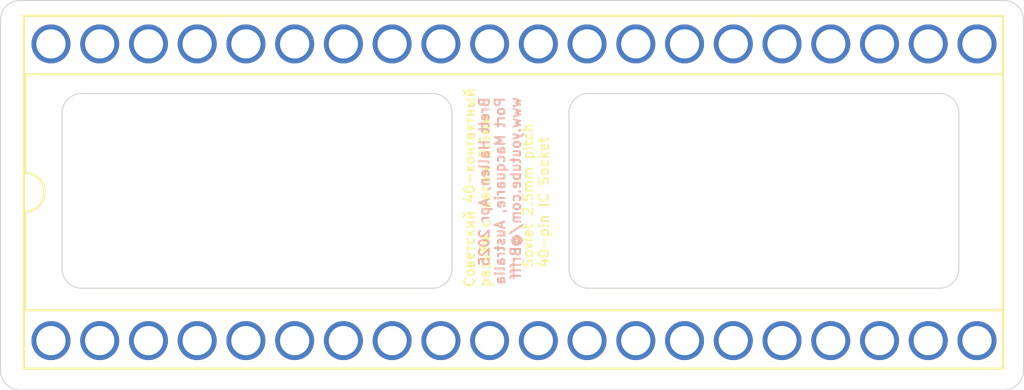
<source format=kicad_pcb>
(kicad_pcb (version 20241229) (generator "pcbnew") (generator_version "9.0")
  (title_block (title "Soviet 40pin IC Socket") (date "21-Apr-2025") (rev "A") (company "Brett Hallen") (comment 1 "www.youtube.com/@Brfff"))
  (layers (0 "F.Cu" signal) (2 "B.Cu" signal) (13 "F.Paste" user) (15 "B.Paste" user) (5 "F.SilkS" user "F.Silkscreen") (7 "B.SilkS" user "B.Silkscreen") (1 "F.Mask" user) (3 "B.Mask" user) (25 "Edge.Cuts" user))
  (net 0 "")
  (footprint "Clueless_Engineer:Soviet_DIP-40_W15.24mm_Socket_LongPads" (layer "F.Cu") (at 49.9 74.60125 90)
    (property "Reference" "J1" (hide yes))
    (property "Value" "Soviet 2.5mm pitch 40 pin IC Socket" (hide yes))
    (fp_line (start 13.68 -1.33) (end 8.62 -1.33) (stroke (width 0.12)) (layer "F.SilkS"))
    (fp_line (start 6.62 -1.33) (end 1.56 -1.33) (stroke (width 0.12)) (layer "F.SilkS"))
    (fp_line (start 1.56 -1.33) (end 1.56 48.83) (stroke (width 0.12)) (layer "F.SilkS"))
    (fp_line (start 13.68 48.83) (end 13.68 -1.33) (stroke (width 0.12)) (layer "F.SilkS"))
    (fp_line (start 1.56 48.83) (end 13.68 48.83) (stroke (width 0.12)) (layer "F.SilkS"))
    (fp_rect (start -1.44 -1.39) (end 16.68 48.83) (stroke (width 0.12)) (fill no) (layer "F.SilkS"))
    (fp_arc (start 8.62 -1.33) (mid 7.62 -0.33) (end 6.62 -1.33) (stroke (width 0.12)) (layer "F.SilkS"))
    (pad "1" thru_hole circle (at 0 0 90) (size 2 2) (drill 1.5) (layers "*.Cu" "*.Mask"))
    (pad "2" thru_hole circle (at 0 2.5 90) (size 2 2) (drill 1.5) (layers "*.Cu" "*.Mask"))
    (pad "3" thru_hole circle (at 0 5 90) (size 2 2) (drill 1.5) (layers "*.Cu" "*.Mask"))
    (pad "4" thru_hole circle (at 0 7.5 90) (size 2 2) (drill 1.5) (layers "*.Cu" "*.Mask"))
    (pad "5" thru_hole circle (at 0 10 90) (size 2 2) (drill 1.5) (layers "*.Cu" "*.Mask"))
    (pad "6" thru_hole circle (at 0 12.5 90) (size 2 2) (drill 1.5) (layers "*.Cu" "*.Mask"))
    (pad "7" thru_hole circle (at 0 15 90) (size 2 2) (drill 1.5) (layers "*.Cu" "*.Mask"))
    (pad "8" thru_hole circle (at 0 17.5 90) (size 2 2) (drill 1.5) (layers "*.Cu" "*.Mask"))
    (pad "9" thru_hole circle (at 0 20 90) (size 2 2) (drill 1.5) (layers "*.Cu" "*.Mask"))
    (pad "10" thru_hole circle (at 0 22.5 90) (size 2 2) (drill 1.5) (layers "*.Cu" "*.Mask"))
    (pad "11" thru_hole circle (at 0 25 90) (size 2 2) (drill 1.5) (layers "*.Cu" "*.Mask"))
    (pad "12" thru_hole circle (at 0 27.5 90) (size 2 2) (drill 1.5) (layers "*.Cu" "*.Mask"))
    (pad "13" thru_hole circle (at 0 30 90) (size 2 2) (drill 1.5) (layers "*.Cu" "*.Mask"))
    (pad "14" thru_hole circle (at 0 32.5 90) (size 2 2) (drill 1.5) (layers "*.Cu" "*.Mask"))
    (pad "15" thru_hole circle (at 0 35 90) (size 2 2) (drill 1.5) (layers "*.Cu" "*.Mask"))
    (pad "16" thru_hole circle (at 0 37.5 90) (size 2 2) (drill 1.5) (layers "*.Cu" "*.Mask"))
    (pad "17" thru_hole circle (at 0 40 90) (size 2 2) (drill 1.5) (layers "*.Cu" "*.Mask"))
    (pad "18" thru_hole circle (at 0 42.5 90) (size 2 2) (drill 1.5) (layers "*.Cu" "*.Mask"))
    (pad "19" thru_hole circle (at 0 45 90) (size 2 2) (drill 1.5) (layers "*.Cu" "*.Mask"))
    (pad "20" thru_hole circle (at 0 47.5 90) (size 2 2) (drill 1.5) (layers "*.Cu" "*.Mask"))
    (pad "21" thru_hole circle (at 15.24 47.5 90) (size 2 2) (drill 1.5) (layers "*.Cu" "*.Mask"))
    (pad "22" thru_hole circle (at 15.24 45 90) (size 2 2) (drill 1.5) (layers "*.Cu" "*.Mask"))
    (pad "23" thru_hole circle (at 15.24 42.5 90) (size 2 2) (drill 1.5) (layers "*.Cu" "*.Mask"))
    (pad "24" thru_hole circle (at 15.24 40 90) (size 2 2) (drill 1.5) (layers "*.Cu" "*.Mask"))
    (pad "25" thru_hole circle (at 15.24 37.5 90) (size 2 2) (drill 1.5) (layers "*.Cu" "*.Mask"))
    (pad "26" thru_hole circle (at 15.24 35 90) (size 2 2) (drill 1.5) (layers "*.Cu" "*.Mask"))
    (pad "27" thru_hole circle (at 15.24 32.5 90) (size 2 2) (drill 1.5) (layers "*.Cu" "*.Mask"))
    (pad "28" thru_hole circle (at 15.24 30 90) (size 2 2) (drill 1.5) (layers "*.Cu" "*.Mask"))
    (pad "29" thru_hole circle (at 15.24 27.5 90) (size 2 2) (drill 1.5) (layers "*.Cu" "*.Mask"))
    (pad "30" thru_hole circle (at 15.24 25 90) (size 2 2) (drill 1.5) (layers "*.Cu" "*.Mask"))
    (pad "31" thru_hole circle (at 15.24 22.5 90) (size 2 2) (drill 1.5) (layers "*.Cu" "*.Mask"))
    (pad "32" thru_hole circle (at 15.24 20 90) (size 2 2) (drill 1.5) (layers "*.Cu" "*.Mask"))
    (pad "33" thru_hole circle (at 15.24 17.5 90) (size 2 2) (drill 1.5) (layers "*.Cu" "*.Mask"))
    (pad "34" thru_hole circle (at 15.24 15 90) (size 2 2) (drill 1.5) (layers "*.Cu" "*.Mask"))
    (pad "35" thru_hole circle (at 15.24 12.5 90) (size 2 2) (drill 1.5) (layers "*.Cu" "*.Mask"))
    (pad "36" thru_hole circle (at 15.24 10 90) (size 2 2) (drill 1.5) (layers "*.Cu" "*.Mask"))
    (pad "37" thru_hole circle (at 15.24 7.5 90) (size 2 2) (drill 1.5) (layers "*.Cu" "*.Mask"))
    (pad "38" thru_hole circle (at 15.24 5 90) (size 2 2) (drill 1.5) (layers "*.Cu" "*.Mask"))
    (pad "39" thru_hole circle (at 15.24 2.5 90) (size 2 2) (drill 1.5) (layers "*.Cu" "*.Mask"))
    (pad "40" thru_hole circle (at 15.24 0 90) (size 2 2) (drill 1.5) (layers "*.Cu" "*.Mask"))
  )
  (gr_line (start 99.7875 58.13125) (end 99.7875 76.13125) (stroke (width 0.05)) (layer "Edge.Cuts"))
  (gr_line (start 69.47 71.91) (end 51.47 71.91) (stroke (width 0.05)) (layer "Edge.Cuts"))
  (gr_arc (start 77.47 71.91) (mid 76.762893 71.617107) (end 76.47 70.91) (stroke (width 0.05)) (layer "Edge.Cuts"))
  (gr_line (start 96.47 62.91) (end 96.47 70.91) (stroke (width 0.05)) (layer "Edge.Cuts"))
  (gr_arc (start 47.31 58.13125) (mid 47.602893 57.424143) (end 48.31 57.13125) (stroke (width 0.05)) (layer "Edge.Cuts"))
  (gr_arc (start 95.47 61.91) (mid 96.177107 62.202893) (end 96.47 62.91) (stroke (width 0.05)) (layer "Edge.Cuts"))
  (gr_arc (start 51.47 71.91) (mid 50.762893 71.617107) (end 50.47 70.91) (stroke (width 0.05)) (layer "Edge.Cuts"))
  (gr_line (start 50.47 70.91) (end 50.47 62.91) (stroke (width 0.05)) (layer "Edge.Cuts"))
  (gr_arc (start 76.47 62.91) (mid 76.762893 62.202893) (end 77.47 61.91) (stroke (width 0.05)) (layer "Edge.Cuts"))
  (gr_arc (start 48.31 77.13125) (mid 47.602861 76.838374) (end 47.31 76.13125) (stroke (width 0.05)) (layer "Edge.Cuts"))
  (gr_arc (start 99.7875 76.13125) (mid 99.494607 76.838357) (end 98.7875 77.13125) (stroke (width 0.05)) (layer "Edge.Cuts"))
  (gr_arc (start 69.47 61.91) (mid 70.177107 62.202893) (end 70.47 62.91) (stroke (width 0.05)) (layer "Edge.Cuts"))
  (gr_line (start 51.47 61.91) (end 69.47 61.91) (stroke (width 0.05)) (layer "Edge.Cuts"))
  (gr_line (start 77.47 61.91) (end 95.47 61.91) (stroke (width 0.05)) (layer "Edge.Cuts"))
  (gr_arc (start 70.47 70.91) (mid 70.177107 71.617107) (end 69.47 71.91) (stroke (width 0.05)) (layer "Edge.Cuts"))
  (gr_arc (start 96.47 70.91) (mid 96.177107 71.617107) (end 95.47 71.91) (stroke (width 0.05)) (layer "Edge.Cuts"))
  (gr_line (start 70.47 62.91) (end 70.47 70.91) (stroke (width 0.05)) (layer "Edge.Cuts"))
  (gr_line (start 95.47 71.91) (end 77.47 71.91) (stroke (width 0.05)) (layer "Edge.Cuts"))
  (gr_line (start 47.31 76.13125) (end 47.31 58.13125) (stroke (width 0.05)) (layer "Edge.Cuts"))
  (gr_line (start 98.7875 77.13125) (end 48.31 77.13125) (stroke (width 0.05)) (layer "Edge.Cuts"))
  (gr_line (start 76.47 70.91) (end 76.47 62.91) (stroke (width 0.05)) (layer "Edge.Cuts"))
  (gr_arc (start 50.47 62.91) (mid 50.762893 62.202893) (end 51.47 61.91) (stroke (width 0.05)) (layer "Edge.Cuts"))
  (gr_arc (start 98.7875 57.13125) (mid 99.494607 57.424143) (end 99.7875 58.13125) (stroke (width 0.05)) (layer "Edge.Cuts"))
  (gr_line (start 48.31 57.13125) (end 98.7875 57.13125) (stroke (width 0.05)) (layer "Edge.Cuts"))
  (gr_text "Soviet 2.5mm pitch \n40-pin IC Socket" (at 75.47 70.91 90) (layer "F.SilkS") (effects (font (size 0.5 0.5) (thickness 0.1) (bold yes)) (justify left bottom)))
  (gr_text "Советский 40-контактный \nразъём с шагом 2.5мм" (at 72.47 71.91 90) (layer "F.SilkS") (effects (font (size 0.5 0.5) (thickness 0.1) (bold yes)) (justify left bottom)))
  (gr_text "Brett Hallen, Apr 2025\nPort Macquarie, Australia\nwww.youtube.com/@Brfff" (at 74.03078 62.042063 90) (layer "B.SilkS") (effects (font (size 0.5 0.5) (thickness 0.1) (bold yes)) (justify left bottom mirror)))
)
</source>
